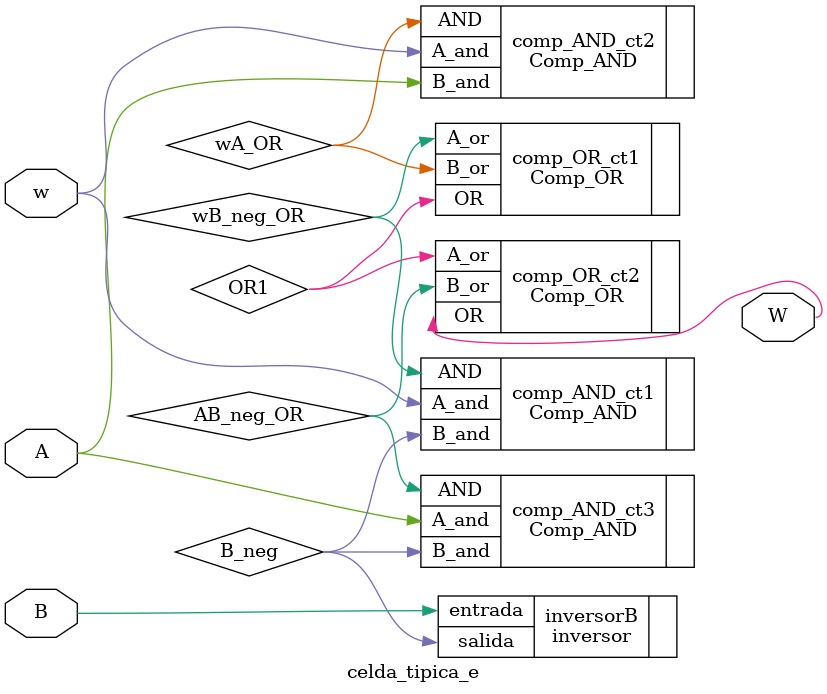
<source format=v>
module celda_tipica_e (
    input wire A, B, w,
    output wire W
);

// Cables para conectar a las compuertas
wire B_neg;
wire wB_neg_OR;
wire wA_OR;
wire AB_neg_OR;
wire OR1;

// INVERSOR PARA GENERAR !B
inversor inversorB (
    .entrada(B),
    .salida(B_neg)
);

// COMPUERTAS AND 
//Con entrada w y !B y una salida w!B que va hacia la compuerta OR 1
Comp_AND comp_AND_ct1 (
    .A_and(w),
    .B_and(B_neg),
    .AND(wB_neg_OR)
);
//Con entrada w y A y una salida wA que va hacia la compuerta OR 1
Comp_AND comp_AND_ct2 (
    .A_and(w),
    .B_and(A),
    .AND(wA_OR)
);
//Con entrada A y !B y una salida A!B que va hacia la compuerta OR 2
Comp_AND comp_AND_ct3 (
    .A_and(A),
    .B_and(B_neg),
    .AND(AB_neg_OR)
);
 // COMPUERTAS OR
 //Con entrada w!B y wA y una salida OR1 que va hacia la compuerta OR 2
 Comp_OR comp_OR_ct1 (
   .A_or (wB_neg_OR),
   .B_or (wA_OR),
   .OR (OR1)
 );
 //Con entrada OR1 y A!B y una salida W
 Comp_OR comp_OR_ct2 (
   .A_or (OR1),
   .B_or (AB_neg_OR),
   .OR (W)
 );
endmodule
</source>
